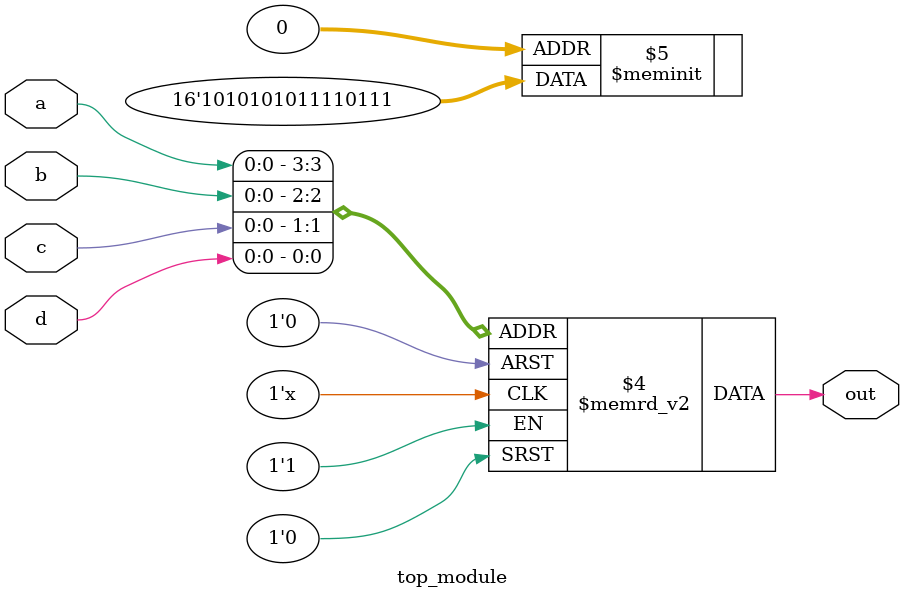
<source format=sv>
module top_module (
    input a, 
    input b,
    input c,
    input d,
    output reg out
);

always @(*) begin
    case ({a, b, c, d})
        4'b0000: out = 1'b1;
        4'b0001: out = 1'b1;
        4'b0011: out = 1'b0;
        4'b0010: out = 1'b1;
        4'b0100: out = 1'b1;
        4'b0101: out = 1'b1;
        4'b0111: out = 1'b1;
        4'b0110: out = 1'b1;
        4'b1000: out = 1'b0;
        4'b1001: out = 1'b1;
        4'b1011: out = 1'b1;
        4'b1010: out = 1'b0;
        4'b1100: out = 1'b0;
        4'b1101: out = 1'b1;
        4'b1111: out = 1'b1;
        4'b1110: out = 1'b0;
    endcase
end

endmodule

</source>
